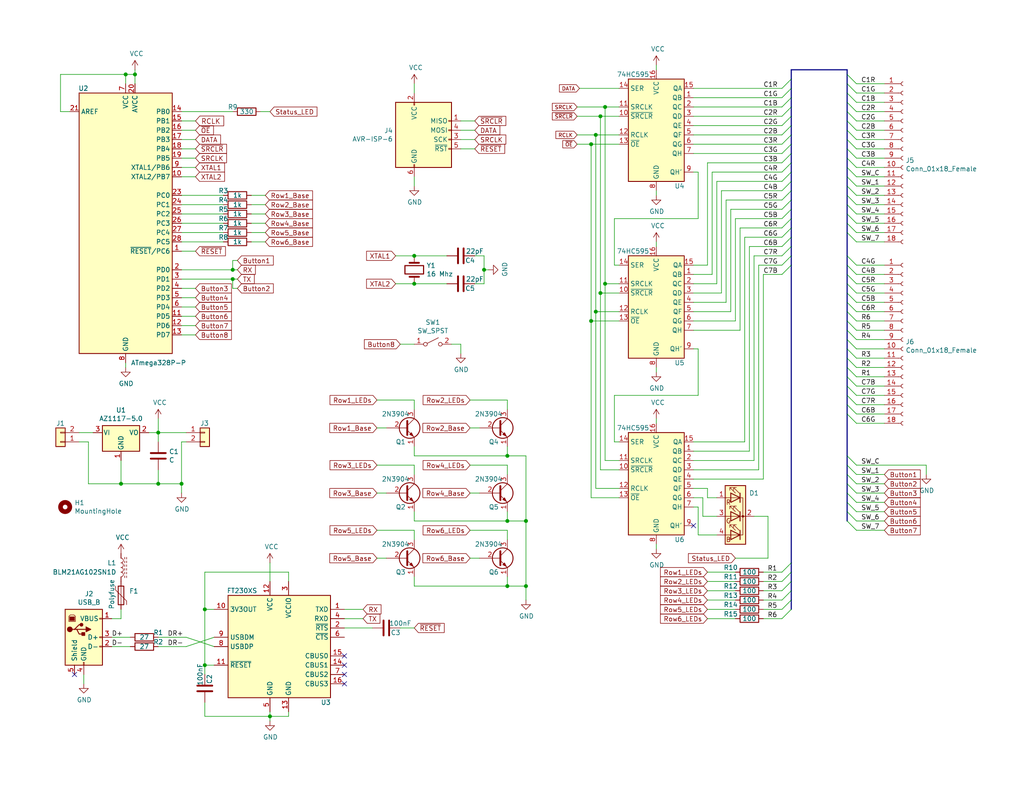
<source format=kicad_sch>
(kicad_sch (version 20210126) (generator eeschema)
  (paper "USLetter")
  (title_block (title "Connect 4 Driver Boarf") (comment 2 "Jamal Bouajjaj"))
  (junction (at 33.02 132.08) (diameter 0.9144))
  (junction (at 34.29 20.32) (diameter 0.9144))
  (junction (at 36.83 20.32) (diameter 0.9144))
  (junction (at 43.18 118.11) (diameter 0.9144))
  (junction (at 43.18 132.08) (diameter 0.9144))
  (junction (at 49.53 132.08) (diameter 0.9144))
  (junction (at 55.88 166.37) (diameter 0.9144))
  (junction (at 55.88 181.61) (diameter 0.9144))
  (junction (at 63.5 73.66) (diameter 0.9144))
  (junction (at 63.5 76.2) (diameter 0.9144))
  (junction (at 73.66 195.58) (diameter 0.9144))
  (junction (at 113.03 69.85) (diameter 0.9144))
  (junction (at 113.03 77.47) (diameter 0.9144))
  (junction (at 132.08 73.66) (diameter 0.9144))
  (junction (at 138.43 124.46) (diameter 0.9144))
  (junction (at 138.43 142.24) (diameter 0.9144))
  (junction (at 138.43 160.02) (diameter 0.9144))
  (junction (at 143.51 142.24) (diameter 0.9144))
  (junction (at 143.51 160.02) (diameter 0.9144))
  (junction (at 161.29 39.37) (diameter 0.9144))
  (junction (at 161.29 87.63) (diameter 0.9144))
  (junction (at 162.56 36.83) (diameter 0.9144))
  (junction (at 162.56 85.09) (diameter 0.9144))
  (junction (at 163.83 31.75) (diameter 0.9144))
  (junction (at 163.83 80.01) (diameter 0.9144))
  (junction (at 165.1 29.21) (diameter 0.9144))
  (junction (at 165.1 77.47) (diameter 0.9144))
  (no_connect (at 20.32 184.15))
  (no_connect (at 93.98 179.07))
  (no_connect (at 93.98 181.61))
  (no_connect (at 93.98 184.15))
  (no_connect (at 93.98 186.69))
  (no_connect (at 189.23 143.51))
  (bus_entry (at 213.36 24.13) (size 2.54 -2.54) (stroke (width 0.1524)))
  (bus_entry (at 213.36 26.67) (size 2.54 -2.54) (stroke (width 0.1524)))
  (bus_entry (at 213.36 29.21) (size 2.54 -2.54) (stroke (width 0.1524)))
  (bus_entry (at 213.36 31.75) (size 2.54 -2.54) (stroke (width 0.1524)))
  (bus_entry (at 213.36 34.29) (size 2.54 -2.54) (stroke (width 0.1524)))
  (bus_entry (at 213.36 36.83) (size 2.54 -2.54) (stroke (width 0.1524)))
  (bus_entry (at 213.36 39.37) (size 2.54 -2.54) (stroke (width 0.1524)))
  (bus_entry (at 213.36 41.91) (size 2.54 -2.54) (stroke (width 0.1524)))
  (bus_entry (at 213.36 44.45) (size 2.54 -2.54) (stroke (width 0.1524)))
  (bus_entry (at 213.36 46.99) (size 2.54 -2.54) (stroke (width 0.1524)))
  (bus_entry (at 213.36 49.53) (size 2.54 -2.54) (stroke (width 0.1524)))
  (bus_entry (at 213.36 52.07) (size 2.54 -2.54) (stroke (width 0.1524)))
  (bus_entry (at 213.36 54.61) (size 2.54 -2.54) (stroke (width 0.1524)))
  (bus_entry (at 213.36 57.15) (size 2.54 -2.54) (stroke (width 0.1524)))
  (bus_entry (at 213.36 59.69) (size 2.54 -2.54) (stroke (width 0.1524)))
  (bus_entry (at 213.36 62.23) (size 2.54 -2.54) (stroke (width 0.1524)))
  (bus_entry (at 213.36 64.77) (size 2.54 -2.54) (stroke (width 0.1524)))
  (bus_entry (at 213.36 67.31) (size 2.54 -2.54) (stroke (width 0.1524)))
  (bus_entry (at 213.36 69.85) (size 2.54 -2.54) (stroke (width 0.1524)))
  (bus_entry (at 213.36 72.39) (size 2.54 -2.54) (stroke (width 0.1524)))
  (bus_entry (at 213.36 74.93) (size 2.54 -2.54) (stroke (width 0.1524)))
  (bus_entry (at 215.9 153.67) (size -2.54 2.54) (stroke (width 0.1524)))
  (bus_entry (at 215.9 156.21) (size -2.54 2.54) (stroke (width 0.1524)))
  (bus_entry (at 215.9 158.75) (size -2.54 2.54) (stroke (width 0.1524)))
  (bus_entry (at 215.9 161.29) (size -2.54 2.54) (stroke (width 0.1524)))
  (bus_entry (at 215.9 163.83) (size -2.54 2.54) (stroke (width 0.1524)))
  (bus_entry (at 215.9 166.37) (size -2.54 2.54) (stroke (width 0.1524)))
  (bus_entry (at 231.14 20.32) (size 2.54 2.54) (stroke (width 0.1524)))
  (bus_entry (at 231.14 22.86) (size 2.54 2.54) (stroke (width 0.1524)))
  (bus_entry (at 231.14 25.4) (size 2.54 2.54) (stroke (width 0.1524)))
  (bus_entry (at 231.14 27.94) (size 2.54 2.54) (stroke (width 0.1524)))
  (bus_entry (at 231.14 30.48) (size 2.54 2.54) (stroke (width 0.1524)))
  (bus_entry (at 231.14 33.02) (size 2.54 2.54) (stroke (width 0.1524)))
  (bus_entry (at 231.14 35.56) (size 2.54 2.54) (stroke (width 0.1524)))
  (bus_entry (at 231.14 38.1) (size 2.54 2.54) (stroke (width 0.1524)))
  (bus_entry (at 231.14 40.64) (size 2.54 2.54) (stroke (width 0.1524)))
  (bus_entry (at 231.14 43.18) (size 2.54 2.54) (stroke (width 0.1524)))
  (bus_entry (at 231.14 45.72) (size 2.54 2.54) (stroke (width 0.1524)))
  (bus_entry (at 231.14 48.26) (size 2.54 2.54) (stroke (width 0.1524)))
  (bus_entry (at 231.14 50.8) (size 2.54 2.54) (stroke (width 0.1524)))
  (bus_entry (at 231.14 53.34) (size 2.54 2.54) (stroke (width 0.1524)))
  (bus_entry (at 231.14 55.88) (size 2.54 2.54) (stroke (width 0.1524)))
  (bus_entry (at 231.14 58.42) (size 2.54 2.54) (stroke (width 0.1524)))
  (bus_entry (at 231.14 60.96) (size 2.54 2.54) (stroke (width 0.1524)))
  (bus_entry (at 231.14 63.5) (size 2.54 2.54) (stroke (width 0.1524)))
  (bus_entry (at 231.14 69.85) (size 2.54 2.54) (stroke (width 0.1524)))
  (bus_entry (at 231.14 72.39) (size 2.54 2.54) (stroke (width 0.1524)))
  (bus_entry (at 231.14 74.93) (size 2.54 2.54) (stroke (width 0.1524)))
  (bus_entry (at 231.14 77.47) (size 2.54 2.54) (stroke (width 0.1524)))
  (bus_entry (at 231.14 80.01) (size 2.54 2.54) (stroke (width 0.1524)))
  (bus_entry (at 231.14 82.55) (size 2.54 2.54) (stroke (width 0.1524)))
  (bus_entry (at 231.14 85.09) (size 2.54 2.54) (stroke (width 0.1524)))
  (bus_entry (at 231.14 87.63) (size 2.54 2.54) (stroke (width 0.1524)))
  (bus_entry (at 231.14 90.17) (size 2.54 2.54) (stroke (width 0.1524)))
  (bus_entry (at 231.14 92.71) (size 2.54 2.54) (stroke (width 0.1524)))
  (bus_entry (at 231.14 95.25) (size 2.54 2.54) (stroke (width 0.1524)))
  (bus_entry (at 231.14 97.79) (size 2.54 2.54) (stroke (width 0.1524)))
  (bus_entry (at 231.14 100.33) (size 2.54 2.54) (stroke (width 0.1524)))
  (bus_entry (at 231.14 102.87) (size 2.54 2.54) (stroke (width 0.1524)))
  (bus_entry (at 231.14 105.41) (size 2.54 2.54) (stroke (width 0.1524)))
  (bus_entry (at 231.14 107.95) (size 2.54 2.54) (stroke (width 0.1524)))
  (bus_entry (at 231.14 110.49) (size 2.54 2.54) (stroke (width 0.1524)))
  (bus_entry (at 231.14 113.03) (size 2.54 2.54) (stroke (width 0.1524)))
  (bus_entry (at 231.14 124.46) (size 2.54 2.54) (stroke (width 0.1524)))
  (bus_entry (at 231.14 127) (size 2.54 2.54) (stroke (width 0.1524)))
  (bus_entry (at 231.14 129.54) (size 2.54 2.54) (stroke (width 0.1524)))
  (bus_entry (at 231.14 132.08) (size 2.54 2.54) (stroke (width 0.1524)))
  (bus_entry (at 231.14 134.62) (size 2.54 2.54) (stroke (width 0.1524)))
  (bus_entry (at 231.14 137.16) (size 2.54 2.54) (stroke (width 0.1524)))
  (bus_entry (at 231.14 139.7) (size 2.54 2.54) (stroke (width 0.1524)))
  (bus_entry (at 231.14 142.24) (size 2.54 2.54) (stroke (width 0.1524)))
  (wire (pts (xy 16.51 20.32) (xy 16.51 30.48)))
  (wire (pts (xy 16.51 30.48) (xy 19.05 30.48)))
  (wire (pts (xy 21.59 118.11) (xy 25.4 118.11)))
  (wire (pts (xy 22.86 186.69) (xy 22.86 184.15)))
  (wire (pts (xy 24.13 120.65) (xy 21.59 120.65)))
  (wire (pts (xy 24.13 120.65) (xy 24.13 132.08)))
  (wire (pts (xy 24.13 132.08) (xy 33.02 132.08)))
  (wire (pts (xy 30.48 173.99) (xy 35.56 173.99)))
  (wire (pts (xy 33.02 125.73) (xy 33.02 132.08)))
  (wire (pts (xy 33.02 166.37) (xy 33.02 168.91)))
  (wire (pts (xy 33.02 168.91) (xy 30.48 168.91)))
  (wire (pts (xy 34.29 20.32) (xy 16.51 20.32)))
  (wire (pts (xy 34.29 20.32) (xy 34.29 22.86)))
  (wire (pts (xy 34.29 100.33) (xy 34.29 99.06)))
  (wire (pts (xy 35.56 176.53) (xy 30.48 176.53)))
  (wire (pts (xy 36.83 19.05) (xy 36.83 20.32)))
  (wire (pts (xy 36.83 20.32) (xy 34.29 20.32)))
  (wire (pts (xy 36.83 20.32) (xy 36.83 22.86)))
  (wire (pts (xy 43.18 114.3) (xy 43.18 118.11)))
  (wire (pts (xy 43.18 118.11) (xy 40.64 118.11)))
  (wire (pts (xy 43.18 120.65) (xy 43.18 118.11)))
  (wire (pts (xy 43.18 128.27) (xy 43.18 132.08)))
  (wire (pts (xy 43.18 132.08) (xy 33.02 132.08)))
  (wire (pts (xy 43.18 132.08) (xy 49.53 132.08)))
  (wire (pts (xy 43.18 173.99) (xy 50.8 173.99)))
  (wire (pts (xy 43.18 176.53) (xy 50.8 176.53)))
  (wire (pts (xy 49.53 30.48) (xy 63.5 30.48)))
  (wire (pts (xy 49.53 45.72) (xy 53.34 45.72)))
  (wire (pts (xy 49.53 55.88) (xy 60.96 55.88)))
  (wire (pts (xy 49.53 60.96) (xy 60.96 60.96)))
  (wire (pts (xy 49.53 66.04) (xy 60.96 66.04)))
  (wire (pts (xy 49.53 73.66) (xy 63.5 73.66)))
  (wire (pts (xy 49.53 78.74) (xy 53.34 78.74)))
  (wire (pts (xy 49.53 81.28) (xy 53.34 81.28)))
  (wire (pts (xy 49.53 83.82) (xy 53.34 83.82)))
  (wire (pts (xy 49.53 86.36) (xy 53.34 86.36)))
  (wire (pts (xy 49.53 88.9) (xy 53.34 88.9)))
  (wire (pts (xy 49.53 91.44) (xy 53.34 91.44)))
  (wire (pts (xy 49.53 120.65) (xy 49.53 132.08)))
  (wire (pts (xy 49.53 120.65) (xy 50.8 120.65)))
  (wire (pts (xy 49.53 132.08) (xy 49.53 134.62)))
  (wire (pts (xy 50.8 118.11) (xy 43.18 118.11)))
  (wire (pts (xy 50.8 173.99) (xy 58.42 176.53)))
  (wire (pts (xy 50.8 176.53) (xy 58.42 173.99)))
  (wire (pts (xy 53.34 33.02) (xy 49.53 33.02)))
  (wire (pts (xy 53.34 35.56) (xy 49.53 35.56)))
  (wire (pts (xy 53.34 38.1) (xy 49.53 38.1)))
  (wire (pts (xy 53.34 40.64) (xy 49.53 40.64)))
  (wire (pts (xy 53.34 43.18) (xy 49.53 43.18)))
  (wire (pts (xy 53.34 48.26) (xy 49.53 48.26)))
  (wire (pts (xy 53.34 68.58) (xy 49.53 68.58)))
  (wire (pts (xy 55.88 156.21) (xy 78.74 156.21)))
  (wire (pts (xy 55.88 166.37) (xy 55.88 156.21)))
  (wire (pts (xy 55.88 166.37) (xy 58.42 166.37)))
  (wire (pts (xy 55.88 181.61) (xy 55.88 166.37)))
  (wire (pts (xy 55.88 184.15) (xy 55.88 181.61)))
  (wire (pts (xy 55.88 195.58) (xy 55.88 191.77)))
  (wire (pts (xy 58.42 181.61) (xy 55.88 181.61)))
  (wire (pts (xy 60.96 53.34) (xy 49.53 53.34)))
  (wire (pts (xy 60.96 58.42) (xy 49.53 58.42)))
  (wire (pts (xy 60.96 63.5) (xy 49.53 63.5)))
  (wire (pts (xy 63.5 71.12) (xy 63.5 73.66)))
  (wire (pts (xy 63.5 73.66) (xy 64.77 73.66)))
  (wire (pts (xy 63.5 76.2) (xy 49.53 76.2)))
  (wire (pts (xy 63.5 78.74) (xy 63.5 76.2)))
  (wire (pts (xy 64.77 71.12) (xy 63.5 71.12)))
  (wire (pts (xy 64.77 76.2) (xy 63.5 76.2)))
  (wire (pts (xy 64.77 78.74) (xy 63.5 78.74)))
  (wire (pts (xy 68.58 53.34) (xy 72.39 53.34)))
  (wire (pts (xy 68.58 58.42) (xy 72.39 58.42)))
  (wire (pts (xy 68.58 63.5) (xy 72.39 63.5)))
  (wire (pts (xy 72.39 55.88) (xy 68.58 55.88)))
  (wire (pts (xy 72.39 60.96) (xy 68.58 60.96)))
  (wire (pts (xy 72.39 66.04) (xy 68.58 66.04)))
  (wire (pts (xy 73.66 30.48) (xy 71.12 30.48)))
  (wire (pts (xy 73.66 153.67) (xy 73.66 158.75)))
  (wire (pts (xy 73.66 194.31) (xy 73.66 195.58)))
  (wire (pts (xy 73.66 195.58) (xy 55.88 195.58)))
  (wire (pts (xy 73.66 195.58) (xy 73.66 196.85)))
  (wire (pts (xy 73.66 195.58) (xy 78.74 195.58)))
  (wire (pts (xy 78.74 156.21) (xy 78.74 158.75)))
  (wire (pts (xy 78.74 194.31) (xy 78.74 195.58)))
  (wire (pts (xy 93.98 168.91) (xy 99.06 168.91)))
  (wire (pts (xy 99.06 166.37) (xy 93.98 166.37)))
  (wire (pts (xy 101.6 171.45) (xy 93.98 171.45)))
  (wire (pts (xy 102.87 109.22) (xy 113.03 109.22)))
  (wire (pts (xy 102.87 116.84) (xy 105.41 116.84)))
  (wire (pts (xy 102.87 127) (xy 113.03 127)))
  (wire (pts (xy 102.87 134.62) (xy 105.41 134.62)))
  (wire (pts (xy 102.87 144.78) (xy 113.03 144.78)))
  (wire (pts (xy 102.87 152.4) (xy 105.41 152.4)))
  (wire (pts (xy 107.95 69.85) (xy 113.03 69.85)))
  (wire (pts (xy 107.95 77.47) (xy 113.03 77.47)))
  (wire (pts (xy 109.22 93.98) (xy 113.03 93.98)))
  (wire (pts (xy 113.03 22.86) (xy 113.03 25.4)))
  (wire (pts (xy 113.03 48.26) (xy 113.03 50.8)))
  (wire (pts (xy 113.03 69.85) (xy 121.92 69.85)))
  (wire (pts (xy 113.03 109.22) (xy 113.03 111.76)))
  (wire (pts (xy 113.03 121.92) (xy 113.03 124.46)))
  (wire (pts (xy 113.03 124.46) (xy 138.43 124.46)))
  (wire (pts (xy 113.03 127) (xy 113.03 129.54)))
  (wire (pts (xy 113.03 139.7) (xy 113.03 142.24)))
  (wire (pts (xy 113.03 142.24) (xy 138.43 142.24)))
  (wire (pts (xy 113.03 144.78) (xy 113.03 147.32)))
  (wire (pts (xy 113.03 157.48) (xy 113.03 160.02)))
  (wire (pts (xy 113.03 160.02) (xy 138.43 160.02)))
  (wire (pts (xy 113.03 171.45) (xy 109.22 171.45)))
  (wire (pts (xy 121.92 77.47) (xy 113.03 77.47)))
  (wire (pts (xy 123.19 93.98) (xy 125.73 93.98)))
  (wire (pts (xy 125.73 35.56) (xy 129.54 35.56)))
  (wire (pts (xy 125.73 40.64) (xy 129.54 40.64)))
  (wire (pts (xy 125.73 93.98) (xy 125.73 96.52)))
  (wire (pts (xy 128.27 109.22) (xy 138.43 109.22)))
  (wire (pts (xy 128.27 116.84) (xy 130.81 116.84)))
  (wire (pts (xy 128.27 127) (xy 138.43 127)))
  (wire (pts (xy 128.27 134.62) (xy 130.81 134.62)))
  (wire (pts (xy 128.27 144.78) (xy 138.43 144.78)))
  (wire (pts (xy 128.27 152.4) (xy 130.81 152.4)))
  (wire (pts (xy 129.54 33.02) (xy 125.73 33.02)))
  (wire (pts (xy 129.54 38.1) (xy 125.73 38.1)))
  (wire (pts (xy 129.54 69.85) (xy 132.08 69.85)))
  (wire (pts (xy 132.08 69.85) (xy 132.08 73.66)))
  (wire (pts (xy 132.08 73.66) (xy 132.08 77.47)))
  (wire (pts (xy 132.08 77.47) (xy 129.54 77.47)))
  (wire (pts (xy 133.35 73.66) (xy 132.08 73.66)))
  (wire (pts (xy 138.43 109.22) (xy 138.43 111.76)))
  (wire (pts (xy 138.43 124.46) (xy 138.43 121.92)))
  (wire (pts (xy 138.43 124.46) (xy 143.51 124.46)))
  (wire (pts (xy 138.43 127) (xy 138.43 129.54)))
  (wire (pts (xy 138.43 142.24) (xy 138.43 139.7)))
  (wire (pts (xy 138.43 142.24) (xy 143.51 142.24)))
  (wire (pts (xy 138.43 144.78) (xy 138.43 147.32)))
  (wire (pts (xy 138.43 160.02) (xy 138.43 157.48)))
  (wire (pts (xy 138.43 160.02) (xy 143.51 160.02)))
  (wire (pts (xy 143.51 124.46) (xy 143.51 142.24)))
  (wire (pts (xy 143.51 142.24) (xy 143.51 160.02)))
  (wire (pts (xy 143.51 160.02) (xy 143.51 163.83)))
  (wire (pts (xy 157.48 31.75) (xy 163.83 31.75)))
  (wire (pts (xy 157.48 39.37) (xy 161.29 39.37)))
  (wire (pts (xy 158.115 24.13) (xy 168.91 24.13)))
  (wire (pts (xy 161.29 39.37) (xy 168.91 39.37)))
  (wire (pts (xy 161.29 87.63) (xy 161.29 39.37)))
  (wire (pts (xy 161.29 87.63) (xy 168.91 87.63)))
  (wire (pts (xy 161.29 135.89) (xy 161.29 87.63)))
  (wire (pts (xy 162.56 36.83) (xy 157.48 36.83)))
  (wire (pts (xy 162.56 36.83) (xy 162.56 85.09)))
  (wire (pts (xy 162.56 85.09) (xy 162.56 133.35)))
  (wire (pts (xy 162.56 85.09) (xy 168.91 85.09)))
  (wire (pts (xy 162.56 133.35) (xy 168.91 133.35)))
  (wire (pts (xy 163.83 31.75) (xy 168.91 31.75)))
  (wire (pts (xy 163.83 80.01) (xy 163.83 31.75)))
  (wire (pts (xy 163.83 80.01) (xy 168.91 80.01)))
  (wire (pts (xy 163.83 128.27) (xy 163.83 80.01)))
  (wire (pts (xy 165.1 29.21) (xy 157.48 29.21)))
  (wire (pts (xy 165.1 29.21) (xy 165.1 77.47)))
  (wire (pts (xy 165.1 77.47) (xy 165.1 125.73)))
  (wire (pts (xy 165.1 125.73) (xy 168.91 125.73)))
  (wire (pts (xy 167.64 59.69) (xy 167.64 72.39)))
  (wire (pts (xy 167.64 72.39) (xy 168.91 72.39)))
  (wire (pts (xy 167.64 107.95) (xy 167.64 120.65)))
  (wire (pts (xy 167.64 120.65) (xy 168.91 120.65)))
  (wire (pts (xy 168.91 29.21) (xy 165.1 29.21)))
  (wire (pts (xy 168.91 36.83) (xy 162.56 36.83)))
  (wire (pts (xy 168.91 77.47) (xy 165.1 77.47)))
  (wire (pts (xy 168.91 128.27) (xy 163.83 128.27)))
  (wire (pts (xy 168.91 135.89) (xy 161.29 135.89)))
  (wire (pts (xy 179.07 17.78) (xy 179.07 19.05)))
  (wire (pts (xy 179.07 52.07) (xy 179.07 53.34)))
  (wire (pts (xy 179.07 66.04) (xy 179.07 67.31)))
  (wire (pts (xy 179.07 100.33) (xy 179.07 101.6)))
  (wire (pts (xy 179.07 114.3) (xy 179.07 115.57)))
  (wire (pts (xy 179.07 148.59) (xy 179.07 149.86)))
  (wire (pts (xy 189.23 24.13) (xy 213.36 24.13)))
  (wire (pts (xy 189.23 26.67) (xy 213.36 26.67)))
  (wire (pts (xy 189.23 29.21) (xy 213.36 29.21)))
  (wire (pts (xy 189.23 31.75) (xy 213.36 31.75)))
  (wire (pts (xy 189.23 34.29) (xy 213.36 34.29)))
  (wire (pts (xy 189.23 36.83) (xy 213.36 36.83)))
  (wire (pts (xy 189.23 39.37) (xy 213.36 39.37)))
  (wire (pts (xy 189.23 41.91) (xy 213.36 41.91)))
  (wire (pts (xy 189.23 46.99) (xy 190.5 46.99)))
  (wire (pts (xy 189.23 72.39) (xy 193.04 72.39)))
  (wire (pts (xy 189.23 74.93) (xy 194.31 74.93)))
  (wire (pts (xy 189.23 77.47) (xy 195.58 77.47)))
  (wire (pts (xy 189.23 80.01) (xy 196.85 80.01)))
  (wire (pts (xy 189.23 82.55) (xy 198.12 82.55)))
  (wire (pts (xy 189.23 85.09) (xy 199.39 85.09)))
  (wire (pts (xy 189.23 87.63) (xy 200.66 87.63)))
  (wire (pts (xy 189.23 90.17) (xy 201.93 90.17)))
  (wire (pts (xy 189.23 95.25) (xy 190.5 95.25)))
  (wire (pts (xy 189.23 120.65) (xy 203.2 120.65)))
  (wire (pts (xy 189.23 123.19) (xy 204.47 123.19)))
  (wire (pts (xy 189.23 125.73) (xy 205.74 125.73)))
  (wire (pts (xy 189.23 128.27) (xy 207.01 128.27)))
  (wire (pts (xy 189.23 130.81) (xy 208.28 130.81)))
  (wire (pts (xy 189.23 133.35) (xy 193.04 133.35)))
  (wire (pts (xy 189.23 135.89) (xy 191.77 135.89)))
  (wire (pts (xy 189.23 138.43) (xy 190.5 138.43)))
  (wire (pts (xy 190.5 46.99) (xy 190.5 59.69)))
  (wire (pts (xy 190.5 59.69) (xy 167.64 59.69)))
  (wire (pts (xy 190.5 95.25) (xy 190.5 107.95)))
  (wire (pts (xy 190.5 107.95) (xy 167.64 107.95)))
  (wire (pts (xy 190.5 138.43) (xy 190.5 146.05)))
  (wire (pts (xy 190.5 146.05) (xy 195.58 146.05)))
  (wire (pts (xy 191.77 135.89) (xy 191.77 140.97)))
  (wire (pts (xy 191.77 140.97) (xy 195.58 140.97)))
  (wire (pts (xy 193.04 44.45) (xy 213.36 44.45)))
  (wire (pts (xy 193.04 72.39) (xy 193.04 44.45)))
  (wire (pts (xy 193.04 133.35) (xy 193.04 135.89)))
  (wire (pts (xy 193.04 135.89) (xy 195.58 135.89)))
  (wire (pts (xy 193.04 156.21) (xy 200.66 156.21)))
  (wire (pts (xy 193.04 158.75) (xy 200.66 158.75)))
  (wire (pts (xy 193.04 161.29) (xy 200.66 161.29)))
  (wire (pts (xy 193.04 163.83) (xy 200.66 163.83)))
  (wire (pts (xy 193.04 166.37) (xy 200.66 166.37)))
  (wire (pts (xy 193.04 168.91) (xy 200.66 168.91)))
  (wire (pts (xy 194.31 46.99) (xy 213.36 46.99)))
  (wire (pts (xy 194.31 74.93) (xy 194.31 46.99)))
  (wire (pts (xy 195.58 49.53) (xy 213.36 49.53)))
  (wire (pts (xy 195.58 77.47) (xy 195.58 49.53)))
  (wire (pts (xy 196.85 52.07) (xy 213.36 52.07)))
  (wire (pts (xy 196.85 80.01) (xy 196.85 52.07)))
  (wire (pts (xy 198.12 54.61) (xy 198.12 82.55)))
  (wire (pts (xy 199.39 57.15) (xy 213.36 57.15)))
  (wire (pts (xy 199.39 85.09) (xy 199.39 57.15)))
  (wire (pts (xy 200.66 59.69) (xy 200.66 87.63)))
  (wire (pts (xy 200.66 152.4) (xy 209.55 152.4)))
  (wire (pts (xy 201.93 62.23) (xy 213.36 62.23)))
  (wire (pts (xy 201.93 90.17) (xy 201.93 62.23)))
  (wire (pts (xy 203.2 64.77) (xy 203.2 120.65)))
  (wire (pts (xy 204.47 67.31) (xy 213.36 67.31)))
  (wire (pts (xy 204.47 123.19) (xy 204.47 67.31)))
  (wire (pts (xy 205.74 69.85) (xy 205.74 125.73)))
  (wire (pts (xy 207.01 72.39) (xy 213.36 72.39)))
  (wire (pts (xy 207.01 128.27) (xy 207.01 72.39)))
  (wire (pts (xy 208.28 74.93) (xy 208.28 130.81)))
  (wire (pts (xy 208.28 156.21) (xy 213.36 156.21)))
  (wire (pts (xy 208.28 158.75) (xy 213.36 158.75)))
  (wire (pts (xy 208.28 161.29) (xy 213.36 161.29)))
  (wire (pts (xy 208.28 163.83) (xy 213.36 163.83)))
  (wire (pts (xy 208.28 166.37) (xy 213.36 166.37)))
  (wire (pts (xy 208.28 168.91) (xy 213.36 168.91)))
  (wire (pts (xy 209.55 140.97) (xy 205.74 140.97)))
  (wire (pts (xy 209.55 152.4) (xy 209.55 140.97)))
  (wire (pts (xy 213.36 54.61) (xy 198.12 54.61)))
  (wire (pts (xy 213.36 59.69) (xy 200.66 59.69)))
  (wire (pts (xy 213.36 64.77) (xy 203.2 64.77)))
  (wire (pts (xy 213.36 69.85) (xy 205.74 69.85)))
  (wire (pts (xy 213.36 74.93) (xy 208.28 74.93)))
  (wire (pts (xy 233.68 127) (xy 252.73 127)))
  (wire (pts (xy 241.3 22.86) (xy 233.68 22.86)))
  (wire (pts (xy 241.3 25.4) (xy 233.68 25.4)))
  (wire (pts (xy 241.3 27.94) (xy 233.68 27.94)))
  (wire (pts (xy 241.3 30.48) (xy 233.68 30.48)))
  (wire (pts (xy 241.3 33.02) (xy 233.68 33.02)))
  (wire (pts (xy 241.3 35.56) (xy 233.68 35.56)))
  (wire (pts (xy 241.3 38.1) (xy 233.68 38.1)))
  (wire (pts (xy 241.3 40.64) (xy 233.68 40.64)))
  (wire (pts (xy 241.3 43.18) (xy 233.68 43.18)))
  (wire (pts (xy 241.3 45.72) (xy 233.68 45.72)))
  (wire (pts (xy 241.3 48.26) (xy 233.68 48.26)))
  (wire (pts (xy 241.3 50.8) (xy 233.68 50.8)))
  (wire (pts (xy 241.3 53.34) (xy 233.68 53.34)))
  (wire (pts (xy 241.3 55.88) (xy 233.68 55.88)))
  (wire (pts (xy 241.3 58.42) (xy 233.68 58.42)))
  (wire (pts (xy 241.3 60.96) (xy 233.68 60.96)))
  (wire (pts (xy 241.3 63.5) (xy 233.68 63.5)))
  (wire (pts (xy 241.3 66.04) (xy 233.68 66.04)))
  (wire (pts (xy 241.3 72.39) (xy 233.68 72.39)))
  (wire (pts (xy 241.3 74.93) (xy 233.68 74.93)))
  (wire (pts (xy 241.3 77.47) (xy 233.68 77.47)))
  (wire (pts (xy 241.3 80.01) (xy 233.68 80.01)))
  (wire (pts (xy 241.3 82.55) (xy 233.68 82.55)))
  (wire (pts (xy 241.3 85.09) (xy 233.68 85.09)))
  (wire (pts (xy 241.3 87.63) (xy 233.68 87.63)))
  (wire (pts (xy 241.3 90.17) (xy 233.68 90.17)))
  (wire (pts (xy 241.3 92.71) (xy 233.68 92.71)))
  (wire (pts (xy 241.3 95.25) (xy 233.68 95.25)))
  (wire (pts (xy 241.3 97.79) (xy 233.68 97.79)))
  (wire (pts (xy 241.3 100.33) (xy 233.68 100.33)))
  (wire (pts (xy 241.3 102.87) (xy 233.68 102.87)))
  (wire (pts (xy 241.3 105.41) (xy 233.68 105.41)))
  (wire (pts (xy 241.3 107.95) (xy 233.68 107.95)))
  (wire (pts (xy 241.3 110.49) (xy 233.68 110.49)))
  (wire (pts (xy 241.3 113.03) (xy 233.68 113.03)))
  (wire (pts (xy 241.3 115.57) (xy 233.68 115.57)))
  (wire (pts (xy 241.3 129.54) (xy 233.68 129.54)))
  (wire (pts (xy 241.3 132.08) (xy 233.68 132.08)))
  (wire (pts (xy 241.3 134.62) (xy 233.68 134.62)))
  (wire (pts (xy 241.3 137.16) (xy 233.68 137.16)))
  (wire (pts (xy 241.3 139.7) (xy 233.68 139.7)))
  (wire (pts (xy 241.3 142.24) (xy 233.68 142.24)))
  (wire (pts (xy 241.3 144.78) (xy 233.68 144.78)))
  (wire (pts (xy 252.73 129.54) (xy 252.73 127)))
  (bus (pts (xy 215.9 19.05) (xy 215.9 21.59)))
  (bus (pts (xy 215.9 21.59) (xy 215.9 24.13)))
  (bus (pts (xy 215.9 24.13) (xy 215.9 26.67)))
  (bus (pts (xy 215.9 26.67) (xy 215.9 29.21)))
  (bus (pts (xy 215.9 29.21) (xy 215.9 31.75)))
  (bus (pts (xy 215.9 31.75) (xy 215.9 34.29)))
  (bus (pts (xy 215.9 34.29) (xy 215.9 36.83)))
  (bus (pts (xy 215.9 36.83) (xy 215.9 39.37)))
  (bus (pts (xy 215.9 39.37) (xy 215.9 41.91)))
  (bus (pts (xy 215.9 41.91) (xy 215.9 44.45)))
  (bus (pts (xy 215.9 44.45) (xy 215.9 46.99)))
  (bus (pts (xy 215.9 46.99) (xy 215.9 49.53)))
  (bus (pts (xy 215.9 49.53) (xy 215.9 52.07)))
  (bus (pts (xy 215.9 52.07) (xy 215.9 54.61)))
  (bus (pts (xy 215.9 54.61) (xy 215.9 57.15)))
  (bus (pts (xy 215.9 57.15) (xy 215.9 59.69)))
  (bus (pts (xy 215.9 59.69) (xy 215.9 62.23)))
  (bus (pts (xy 215.9 62.23) (xy 215.9 64.77)))
  (bus (pts (xy 215.9 64.77) (xy 215.9 67.31)))
  (bus (pts (xy 215.9 67.31) (xy 215.9 69.85)))
  (bus (pts (xy 215.9 69.85) (xy 215.9 72.39)))
  (bus (pts (xy 215.9 72.39) (xy 215.9 153.67)))
  (bus (pts (xy 215.9 153.67) (xy 215.9 156.21)))
  (bus (pts (xy 215.9 156.21) (xy 215.9 158.75)))
  (bus (pts (xy 215.9 158.75) (xy 215.9 161.29)))
  (bus (pts (xy 215.9 161.29) (xy 215.9 163.83)))
  (bus (pts (xy 215.9 163.83) (xy 215.9 166.37)))
  (bus (pts (xy 231.14 19.05) (xy 215.9 19.05)))
  (bus (pts (xy 231.14 19.05) (xy 231.14 20.32)))
  (bus (pts (xy 231.14 20.32) (xy 231.14 22.86)))
  (bus (pts (xy 231.14 22.86) (xy 231.14 25.4)))
  (bus (pts (xy 231.14 25.4) (xy 231.14 27.94)))
  (bus (pts (xy 231.14 27.94) (xy 231.14 30.48)))
  (bus (pts (xy 231.14 30.48) (xy 231.14 33.02)))
  (bus (pts (xy 231.14 33.02) (xy 231.14 35.56)))
  (bus (pts (xy 231.14 35.56) (xy 231.14 38.1)))
  (bus (pts (xy 231.14 38.1) (xy 231.14 40.64)))
  (bus (pts (xy 231.14 40.64) (xy 231.14 43.18)))
  (bus (pts (xy 231.14 43.18) (xy 231.14 45.72)))
  (bus (pts (xy 231.14 45.72) (xy 231.14 48.26)))
  (bus (pts (xy 231.14 48.26) (xy 231.14 50.8)))
  (bus (pts (xy 231.14 50.8) (xy 231.14 53.34)))
  (bus (pts (xy 231.14 53.34) (xy 231.14 55.88)))
  (bus (pts (xy 231.14 55.88) (xy 231.14 58.42)))
  (bus (pts (xy 231.14 58.42) (xy 231.14 60.96)))
  (bus (pts (xy 231.14 60.96) (xy 231.14 63.5)))
  (bus (pts (xy 231.14 63.5) (xy 231.14 69.85)))
  (bus (pts (xy 231.14 69.85) (xy 231.14 72.39)))
  (bus (pts (xy 231.14 72.39) (xy 231.14 74.93)))
  (bus (pts (xy 231.14 74.93) (xy 231.14 77.47)))
  (bus (pts (xy 231.14 77.47) (xy 231.14 80.01)))
  (bus (pts (xy 231.14 80.01) (xy 231.14 82.55)))
  (bus (pts (xy 231.14 82.55) (xy 231.14 85.09)))
  (bus (pts (xy 231.14 85.09) (xy 231.14 87.63)))
  (bus (pts (xy 231.14 87.63) (xy 231.14 90.17)))
  (bus (pts (xy 231.14 90.17) (xy 231.14 92.71)))
  (bus (pts (xy 231.14 92.71) (xy 231.14 95.25)))
  (bus (pts (xy 231.14 95.25) (xy 231.14 97.79)))
  (bus (pts (xy 231.14 97.79) (xy 231.14 100.33)))
  (bus (pts (xy 231.14 100.33) (xy 231.14 102.87)))
  (bus (pts (xy 231.14 102.87) (xy 231.14 105.41)))
  (bus (pts (xy 231.14 105.41) (xy 231.14 107.95)))
  (bus (pts (xy 231.14 107.95) (xy 231.14 110.49)))
  (bus (pts (xy 231.14 110.49) (xy 231.14 113.03)))
  (bus (pts (xy 231.14 113.03) (xy 231.14 124.46)))
  (bus (pts (xy 231.14 124.46) (xy 231.14 127)))
  (bus (pts (xy 231.14 127) (xy 231.14 129.54)))
  (bus (pts (xy 231.14 129.54) (xy 231.14 132.08)))
  (bus (pts (xy 231.14 132.08) (xy 231.14 134.62)))
  (bus (pts (xy 231.14 134.62) (xy 231.14 137.16)))
  (bus (pts (xy 231.14 137.16) (xy 231.14 139.7)))
  (bus (pts (xy 231.14 139.7) (xy 231.14 142.24)))
  (label "D+" (at 30.48 173.99 0))
  (label "D-" (at 30.48 176.53 0))
  (label "DR+" (at 45.72 173.99 0))
  (label "DR-" (at 45.72 176.53 0))
  (label "C1R" (at 208.28 24.13 0))
  (label "C1G" (at 208.28 26.67 0))
  (label "C1B" (at 208.28 29.21 0))
  (label "C2R" (at 208.28 31.75 0))
  (label "C2G" (at 208.28 34.29 0))
  (label "C2B" (at 208.28 36.83 0))
  (label "C3R" (at 208.28 39.37 0))
  (label "C3G" (at 208.28 41.91 0))
  (label "C3B" (at 208.28 44.45 0))
  (label "C4R" (at 208.28 46.99 0))
  (label "C4G" (at 208.28 49.53 0))
  (label "C4B" (at 208.28 52.07 0))
  (label "C5R" (at 208.28 54.61 0))
  (label "C5G" (at 208.28 57.15 0))
  (label "C5B" (at 208.28 59.69 0))
  (label "C6R" (at 208.28 62.23 0))
  (label "C6G" (at 208.28 64.77 0))
  (label "C6B" (at 208.28 67.31 0))
  (label "C7R" (at 208.28 69.85 0))
  (label "C7G" (at 208.28 72.39 0))
  (label "C7B" (at 208.28 74.93 0))
  (label "R1" (at 212.09 156.21 180))
  (label "R2" (at 212.09 158.75 180))
  (label "R3" (at 212.09 161.29 180))
  (label "R4" (at 212.09 163.83 180))
  (label "R5" (at 212.09 166.37 180))
  (label "R6" (at 212.09 168.91 180))
  (label "C1R" (at 234.95 22.86 0))
  (label "C1G" (at 234.95 25.4 0))
  (label "C1B" (at 234.95 27.94 0))
  (label "C2R" (at 234.95 30.48 0))
  (label "C2G" (at 234.95 33.02 0))
  (label "C2B" (at 234.95 35.56 0))
  (label "C3R" (at 234.95 38.1 0))
  (label "C3G" (at 234.95 40.64 0))
  (label "C3B" (at 234.95 43.18 0))
  (label "C4R" (at 234.95 45.72 0))
  (label "SW_C" (at 234.95 48.26 0))
  (label "SW_1" (at 234.95 50.8 0))
  (label "SW_2" (at 234.95 53.34 0))
  (label "SW_3" (at 234.95 55.88 0))
  (label "SW_4" (at 234.95 58.42 0))
  (label "SW_5" (at 234.95 60.96 0))
  (label "SW_6" (at 234.95 63.5 0))
  (label "SW_7" (at 234.95 66.04 0))
  (label "C4G" (at 234.95 72.39 0))
  (label "C4B" (at 234.95 74.93 0))
  (label "C5R" (at 234.95 77.47 0))
  (label "C5G" (at 234.95 80.01 0))
  (label "C5B" (at 234.95 82.55 0))
  (label "C6R" (at 234.95 85.09 0))
  (label "R6" (at 234.95 87.63 0))
  (label "R5" (at 234.95 90.17 0))
  (label "R4" (at 234.95 92.71 0))
  (label "R3" (at 234.95 97.79 0))
  (label "R2" (at 234.95 100.33 0))
  (label "R1" (at 234.95 102.87 0))
  (label "C7B" (at 234.95 105.41 0))
  (label "C7G" (at 234.95 107.95 0))
  (label "C7R" (at 234.95 110.49 0))
  (label "C6B" (at 234.95 113.03 0))
  (label "C6G" (at 234.95 115.57 0))
  (label "SW_C" (at 234.95 127 0))
  (label "SW_1" (at 234.95 129.54 0))
  (label "SW_2" (at 234.95 132.08 0))
  (label "SW_3" (at 234.95 134.62 0))
  (label "SW_4" (at 234.95 137.16 0))
  (label "SW_5" (at 234.95 139.7 0))
  (label "SW_6" (at 234.95 142.24 0))
  (label "SW_7" (at 234.95 144.78 0))
  (global_label "RCLK" (shape input) (at 53.34 33.02 0) (effects (font (size 1.3462 1.3462))) (property "Intersheet References" "${INTERSHEET_REFS}" (effects hide)))
  (global_label "~OE" (shape input) (at 53.34 35.56 0) (property "Intersheet References" "${INTERSHEET_REFS}" (effects hide)))
  (global_label "DATA" (shape input) (at 53.34 38.1 0) (property "Intersheet References" "${INTERSHEET_REFS}" (effects hide)))
  (global_label "~SRCLR" (shape input) (at 53.34 40.64 0) (property "Intersheet References" "${INTERSHEET_REFS}" (effects hide)))
  (global_label "SRCLK" (shape input) (at 53.34 43.18 0) (property "Intersheet References" "${INTERSHEET_REFS}" (effects hide)))
  (global_label "XTAL1" (shape input) (at 53.34 45.72 0) (property "Intersheet References" "${INTERSHEET_REFS}" (effects hide)))
  (global_label "XTAL2" (shape input) (at 53.34 48.26 0) (property "Intersheet References" "${INTERSHEET_REFS}" (effects hide)))
  (global_label "~RESET" (shape input) (at 53.34 68.58 0) (property "Intersheet References" "${INTERSHEET_REFS}" (effects hide)))
  (global_label "Button3" (shape input) (at 53.34 78.74 0) (property "Intersheet References" "${INTERSHEET_REFS}" (effects hide)))
  (global_label "Button4" (shape input) (at 53.34 81.28 0) (property "Intersheet References" "${INTERSHEET_REFS}" (effects hide)))
  (global_label "Button5" (shape input) (at 53.34 83.82 0) (property "Intersheet References" "${INTERSHEET_REFS}" (effects hide)))
  (global_label "Button6" (shape input) (at 53.34 86.36 0) (property "Intersheet References" "${INTERSHEET_REFS}" (effects hide)))
  (global_label "Button7" (shape input) (at 53.34 88.9 0) (property "Intersheet References" "${INTERSHEET_REFS}" (effects hide)))
  (global_label "Button8" (shape input) (at 53.34 91.44 0) (property "Intersheet References" "${INTERSHEET_REFS}" (effects hide)))
  (global_label "Button1" (shape input) (at 64.77 71.12 0) (property "Intersheet References" "${INTERSHEET_REFS}" (effects hide)))
  (global_label "RX" (shape input) (at 64.77 73.66 0) (property "Intersheet References" "${INTERSHEET_REFS}" (effects hide)))
  (global_label "TX" (shape input) (at 64.77 76.2 0) (property "Intersheet References" "${INTERSHEET_REFS}" (effects hide)))
  (global_label "Button2" (shape input) (at 64.77 78.74 0) (property "Intersheet References" "${INTERSHEET_REFS}" (effects hide)))
  (global_label "Row1_Base" (shape input) (at 72.39 53.34 0) (property "Intersheet References" "${INTERSHEET_REFS}" (effects hide)))
  (global_label "Row2_Base" (shape input) (at 72.39 55.88 0) (property "Intersheet References" "${INTERSHEET_REFS}" (effects hide)))
  (global_label "Row3_Base" (shape input) (at 72.39 58.42 0) (property "Intersheet References" "${INTERSHEET_REFS}" (effects hide)))
  (global_label "Row4_Base" (shape input) (at 72.39 60.96 0) (property "Intersheet References" "${INTERSHEET_REFS}" (effects hide)))
  (global_label "Row5_Base" (shape input) (at 72.39 63.5 0) (property "Intersheet References" "${INTERSHEET_REFS}" (effects hide)))
  (global_label "Row6_Base" (shape input) (at 72.39 66.04 0) (property "Intersheet References" "${INTERSHEET_REFS}" (effects hide)))
  (global_label "Status_LED" (shape input) (at 73.66 30.48 0) (property "Intersheet References" "${INTERSHEET_REFS}" (effects hide)))
  (global_label "RX" (shape input) (at 99.06 166.37 0) (property "Intersheet References" "${INTERSHEET_REFS}" (effects hide)))
  (global_label "TX" (shape input) (at 99.06 168.91 0) (property "Intersheet References" "${INTERSHEET_REFS}" (effects hide)))
  (global_label "Row1_LEDs" (shape input) (at 102.87 109.22 180) (property "Intersheet References" "${INTERSHEET_REFS}" (effects hide)))
  (global_label "Row1_Base" (shape input) (at 102.87 116.84 180) (property "Intersheet References" "${INTERSHEET_REFS}" (effects hide)))
  (global_label "Row3_LEDs" (shape input) (at 102.87 127 180) (property "Intersheet References" "${INTERSHEET_REFS}" (effects hide)))
  (global_label "Row3_Base" (shape input) (at 102.87 134.62 180) (property "Intersheet References" "${INTERSHEET_REFS}" (effects hide)))
  (global_label "Row5_LEDs" (shape input) (at 102.87 144.78 180) (property "Intersheet References" "${INTERSHEET_REFS}" (effects hide)))
  (global_label "Row5_Base" (shape input) (at 102.87 152.4 180) (property "Intersheet References" "${INTERSHEET_REFS}" (effects hide)))
  (global_label "XTAL1" (shape input) (at 107.95 69.85 180) (property "Intersheet References" "${INTERSHEET_REFS}" (effects hide)))
  (global_label "XTAL2" (shape input) (at 107.95 77.47 180) (property "Intersheet References" "${INTERSHEET_REFS}" (effects hide)))
  (global_label "Button8" (shape input) (at 109.22 93.98 180) (property "Intersheet References" "${INTERSHEET_REFS}" (effects hide)))
  (global_label "~RESET" (shape input) (at 113.03 171.45 0) (property "Intersheet References" "${INTERSHEET_REFS}" (effects hide)))
  (global_label "Row2_LEDs" (shape input) (at 128.27 109.22 180) (property "Intersheet References" "${INTERSHEET_REFS}" (effects hide)))
  (global_label "Row2_Base" (shape input) (at 128.27 116.84 180) (property "Intersheet References" "${INTERSHEET_REFS}" (effects hide)))
  (global_label "Row4_LEDs" (shape input) (at 128.27 127 180) (property "Intersheet References" "${INTERSHEET_REFS}" (effects hide)))
  (global_label "Row4_Base" (shape input) (at 128.27 134.62 180) (property "Intersheet References" "${INTERSHEET_REFS}" (effects hide)))
  (global_label "Row6_LEDs" (shape input) (at 128.27 144.78 180) (property "Intersheet References" "${INTERSHEET_REFS}" (effects hide)))
  (global_label "Row6_Base" (shape input) (at 128.27 152.4 180) (property "Intersheet References" "${INTERSHEET_REFS}" (effects hide)))
  (global_label "~SRCLR" (shape input) (at 129.54 33.02 0) (property "Intersheet References" "${INTERSHEET_REFS}" (effects hide)))
  (global_label "DATA" (shape input) (at 129.54 35.56 0) (property "Intersheet References" "${INTERSHEET_REFS}" (effects hide)))
  (global_label "SRCLK" (shape input) (at 129.54 38.1 0) (property "Intersheet References" "${INTERSHEET_REFS}" (effects hide)))
  (global_label "~RESET" (shape input) (at 129.54 40.64 0) (property "Intersheet References" "${INTERSHEET_REFS}" (effects hide)))
  (global_label "SRCLK" (shape input) (at 157.48 29.21 180) (effects (font (size 1.016 1.016))) (property "Intersheet References" "${INTERSHEET_REFS}" (effects hide)))
  (global_label "~SRCLR" (shape input) (at 157.48 31.75 180) (effects (font (size 1.016 1.016))) (property "Intersheet References" "${INTERSHEET_REFS}" (effects hide)))
  (global_label "RCLK" (shape input) (at 157.48 36.83 180) (effects (font (size 1.016 1.016))) (property "Intersheet References" "${INTERSHEET_REFS}" (effects hide)))
  (global_label "~OE" (shape input) (at 157.48 39.37 180) (effects (font (size 1.016 1.016))) (property "Intersheet References" "${INTERSHEET_REFS}" (effects hide)))
  (global_label "DATA" (shape input) (at 158.115 24.13 180) (effects (font (size 1.016 1.016))) (property "Intersheet References" "${INTERSHEET_REFS}" (effects hide)))
  (global_label "Row1_LEDs" (shape input) (at 193.04 156.21 180) (property "Intersheet References" "${INTERSHEET_REFS}" (effects hide)))
  (global_label "Row2_LEDs" (shape input) (at 193.04 158.75 180) (property "Intersheet References" "${INTERSHEET_REFS}" (effects hide)))
  (global_label "Row3_LEDs" (shape input) (at 193.04 161.29 180) (property "Intersheet References" "${INTERSHEET_REFS}" (effects hide)))
  (global_label "Row4_LEDs" (shape input) (at 193.04 163.83 180) (property "Intersheet References" "${INTERSHEET_REFS}" (effects hide)))
  (global_label "Row5_LEDs" (shape input) (at 193.04 166.37 180) (property "Intersheet References" "${INTERSHEET_REFS}" (effects hide)))
  (global_label "Row6_LEDs" (shape input) (at 193.04 168.91 180) (property "Intersheet References" "${INTERSHEET_REFS}" (effects hide)))
  (global_label "Status_LED" (shape input) (at 200.66 152.4 180) (property "Intersheet References" "${INTERSHEET_REFS}" (effects hide)))
  (global_label "Button1" (shape input) (at 241.3 129.54 0) (property "Intersheet References" "${INTERSHEET_REFS}" (effects hide)))
  (global_label "Button2" (shape input) (at 241.3 132.08 0) (property "Intersheet References" "${INTERSHEET_REFS}" (effects hide)))
  (global_label "Button3" (shape input) (at 241.3 134.62 0) (property "Intersheet References" "${INTERSHEET_REFS}" (effects hide)))
  (global_label "Button4" (shape input) (at 241.3 137.16 0) (property "Intersheet References" "${INTERSHEET_REFS}" (effects hide)))
  (global_label "Button5" (shape input) (at 241.3 139.7 0) (property "Intersheet References" "${INTERSHEET_REFS}" (effects hide)))
  (global_label "Button6" (shape input) (at 241.3 142.24 0) (property "Intersheet References" "${INTERSHEET_REFS}" (effects hide)))
  (global_label "Button7" (shape input) (at 241.3 144.78 0) (property "Intersheet References" "${INTERSHEET_REFS}" (effects hide)))
  (symbol (lib_id "power:VCC") (at 33.02 151.13 0) (unit 1)
    (property "Reference" "#PWR02" (effects hide))
    (property "Value" "VCC" (at 33.4518 146.7358 0))
  )
  (symbol (lib_id "power:VCC") (at 36.83 19.05 0) (unit 1)
    (property "Reference" "#PWR04" (effects hide))
    (property "Value" "VCC" (at 37.2618 14.6558 0))
  )
  (symbol (lib_id "power:VCC") (at 43.18 114.3 0) (unit 1)
    (property "Reference" "#PWR05" (effects hide))
    (property "Value" "VCC" (at 43.6118 109.9058 0))
  )
  (symbol (lib_id "power:VCC") (at 73.66 153.67 0) (unit 1)
    (property "Reference" "#PWR07" (effects hide))
    (property "Value" "VCC" (at 74.0918 149.2758 0))
  )
  (symbol (lib_id "power:VCC") (at 113.03 22.86 0) (unit 1)
    (property "Reference" "#PWR09" (effects hide))
    (property "Value" "VCC" (at 113.4618 18.4658 0))
  )
  (symbol (lib_id "power:VCC") (at 179.07 17.78 0) (unit 1)
    (property "Reference" "#PWR014" (effects hide))
    (property "Value" "VCC" (at 179.5018 13.3858 0))
  )
  (symbol (lib_id "power:VCC") (at 179.07 66.04 0) (unit 1)
    (property "Reference" "#PWR016" (effects hide))
    (property "Value" "VCC" (at 179.5018 61.6458 0))
  )
  (symbol (lib_id "power:VCC") (at 179.07 114.3 0) (unit 1)
    (property "Reference" "#PWR018" (effects hide))
    (property "Value" "VCC" (at 179.5018 109.9058 0))
  )
  (symbol (lib_id "power:GND") (at 22.86 186.69 0) (unit 1)
    (property "Reference" "#PWR01" (effects hide))
    (property "Value" "GND" (at 22.987 191.0842 0))
  )
  (symbol (lib_id "power:GND") (at 34.29 100.33 0) (unit 1)
    (property "Reference" "#PWR03" (effects hide))
    (property "Value" "GND" (at 34.417 104.7242 0))
  )
  (symbol (lib_id "power:GND") (at 49.53 134.62 0) (unit 1)
    (property "Reference" "#PWR06" (effects hide))
    (property "Value" "GND" (at 49.657 139.0142 0))
  )
  (symbol (lib_id "power:GND") (at 73.66 196.85 0) (unit 1)
    (property "Reference" "#PWR08" (effects hide))
    (property "Value" "GND" (at 73.787 201.2442 0))
  )
  (symbol (lib_id "power:GND") (at 113.03 50.8 0) (unit 1)
    (property "Reference" "#PWR010" (effects hide))
    (property "Value" "GND" (at 113.157 55.1942 0))
  )
  (symbol (lib_id "power:GND") (at 125.73 96.52 0) (unit 1)
    (property "Reference" "#PWR011" (effects hide))
    (property "Value" "GND" (at 125.857 100.9142 0))
  )
  (symbol (lib_id "power:GND") (at 133.35 73.66 90) (unit 1)
    (property "Reference" "#PWR012" (effects hide))
    (property "Value" "GND" (at 137.7442 73.533 0))
  )
  (symbol (lib_id "power:GND") (at 143.51 163.83 0) (unit 1)
    (property "Reference" "#PWR013" (effects hide))
    (property "Value" "GND" (at 143.637 168.2242 0))
  )
  (symbol (lib_id "power:GND") (at 179.07 53.34 0) (unit 1)
    (property "Reference" "#PWR015" (effects hide))
    (property "Value" "GND" (at 179.197 57.7342 0))
  )
  (symbol (lib_id "power:GND") (at 179.07 101.6 0) (unit 1)
    (property "Reference" "#PWR017" (effects hide))
    (property "Value" "GND" (at 179.197 105.9942 0))
  )
  (symbol (lib_id "power:GND") (at 179.07 149.86 0) (unit 1)
    (property "Reference" "#PWR019" (effects hide))
    (property "Value" "GND" (at 179.197 154.2542 0))
  )
  (symbol (lib_id "power:GND") (at 252.73 129.54 0) (unit 1)
    (property "Reference" "#PWR020" (effects hide))
    (property "Value" "GND" (at 252.857 133.9342 0))
  )
  (symbol (lib_id "Mechanical:MountingHole") (at 17.78 138.43 0) (unit 1)
    (property "Reference" "H1" (at 20.32 137.2616 0) (effects (justify left)))
    (property "Value" "MountingHole" (at 20.32 139.573 0) (effects (justify left)))
    (property "Footprint" "MountingHole:MountingHole_3.2mm_M3_DIN965" (effects hide))
  )
  (symbol (lib_id "Device:L_Ferrite") (at 33.02 154.94 0) (unit 1)
    (property "Reference" "L1" (at 31.75 153.67 0) (effects (justify right)))
    (property "Value" "BLM21AG102SN1D" (at 31.75 156.21 0) (effects (justify right)))
    (property "Footprint" "Inductor_SMD:L_0805_2012Metric_Pad1.15x1.40mm_HandSolder" (effects hide))
  )
  (symbol (lib_id "Device:R") (at 39.37 173.99 270) (unit 1)
    (property "Reference" "R1" (at 43.18 172.72 90))
    (property "Value" "27" (at 39.37 173.99 90))
    (property "Footprint" "Resistor_SMD:R_0805_2012Metric_Pad1.20x1.40mm_HandSolder" (effects hide))
  )
  (symbol (lib_id "Device:R") (at 39.37 176.53 270) (unit 1)
    (property "Reference" "R2" (at 43.18 175.26 90))
    (property "Value" "27" (at 39.37 176.53 90))
    (property "Footprint" "Resistor_SMD:R_0805_2012Metric_Pad1.20x1.40mm_HandSolder" (effects hide))
  )
  (symbol (lib_id "Device:R") (at 64.77 53.34 270) (unit 1)
    (property "Reference" "R3" (at 60.96 52.07 90))
    (property "Value" "1k" (at 64.77 53.34 90))
    (property "Footprint" "Resistor_THT:R_Axial_DIN0207_L6.3mm_D2.5mm_P10.16mm_Horizontal" (effects hide))
  )
  (symbol (lib_id "Device:R") (at 64.77 55.88 270) (unit 1)
    (property "Reference" "R4" (at 60.96 54.61 90))
    (property "Value" "1k" (at 64.77 55.88 90))
    (property "Footprint" "Resistor_THT:R_Axial_DIN0207_L6.3mm_D2.5mm_P10.16mm_Horizontal" (effects hide))
  )
  (symbol (lib_id "Device:R") (at 64.77 58.42 270) (unit 1)
    (property "Reference" "R5" (at 60.96 57.15 90))
    (property "Value" "1k" (at 64.77 58.42 90))
    (property "Footprint" "Resistor_THT:R_Axial_DIN0207_L6.3mm_D2.5mm_P10.16mm_Horizontal" (effects hide))
  )
  (symbol (lib_id "Device:R") (at 64.77 60.96 270) (unit 1)
    (property "Reference" "R6" (at 60.96 59.69 90))
    (property "Value" "1k" (at 64.77 60.96 90))
    (property "Footprint" "Resistor_THT:R_Axial_DIN0207_L6.3mm_D2.5mm_P10.16mm_Horizontal" (effects hide))
  )
  (symbol (lib_id "Device:R") (at 64.77 63.5 270) (unit 1)
    (property "Reference" "R7" (at 60.96 62.23 90))
    (property "Value" "1k" (at 64.77 63.5 90))
    (property "Footprint" "Resistor_THT:R_Axial_DIN0207_L6.3mm_D2.5mm_P10.16mm_Horizontal" (effects hide))
  )
  (symbol (lib_id "Device:R") (at 64.77 66.04 270) (unit 1)
    (property "Reference" "R8" (at 60.96 64.77 90))
    (property "Value" "1k" (at 64.77 66.04 90))
    (property "Footprint" "Resistor_THT:R_Axial_DIN0207_L6.3mm_D2.5mm_P10.16mm_Horizontal" (effects hide))
  )
  (symbol (lib_id "Device:R") (at 67.31 30.48 270) (unit 1)
    (property "Reference" "R9" (at 63.5 29.21 90))
    (property "Value" "330" (at 67.31 30.48 90))
    (property "Footprint" "Resistor_THT:R_Axial_DIN0207_L6.3mm_D2.5mm_P10.16mm_Horizontal" (effects hide))
  )
  (symbol (lib_id "Device:R") (at 204.47 156.21 270) (unit 1)
    (property "Reference" "R10" (at 199.39 154.94 90))
    (property "Value" "100" (at 204.47 156.21 90))
    (property "Footprint" "Resistor_THT:R_Axial_DIN0207_L6.3mm_D2.5mm_P10.16mm_Horizontal" (effects hide))
  )
  (symbol (lib_id "Device:R") (at 204.47 158.75 270) (unit 1)
    (property "Reference" "R11" (at 199.39 157.48 90))
    (property "Value" "100" (at 204.47 158.75 90))
    (property "Footprint" "Resistor_THT:R_Axial_DIN0207_L6.3mm_D2.5mm_P10.16mm_Horizontal" (effects hide))
  )
  (symbol (lib_id "Device:R") (at 204.47 161.29 270) (unit 1)
    (property "Reference" "R12" (at 199.39 160.02 90))
    (property "Value" "100" (at 204.47 161.29 90))
    (property "Footprint" "Resistor_THT:R_Axial_DIN0207_L6.3mm_D2.5mm_P10.16mm_Horizontal" (effects hide))
  )
  (symbol (lib_id "Device:R") (at 204.47 163.83 270) (unit 1)
    (property "Reference" "R13" (at 199.39 162.56 90))
    (property "Value" "100" (at 204.47 163.83 90))
    (property "Footprint" "Resistor_THT:R_Axial_DIN0207_L6.3mm_D2.5mm_P10.16mm_Horizontal" (effects hide))
  )
  (symbol (lib_id "Device:R") (at 204.47 166.37 270) (unit 1)
    (property "Reference" "R14" (at 199.39 165.1 90))
    (property "Value" "100" (at 204.47 166.37 90))
    (property "Footprint" "Resistor_THT:R_Axial_DIN0207_L6.3mm_D2.5mm_P10.16mm_Horizontal" (effects hide))
  )
  (symbol (lib_id "Device:R") (at 204.47 168.91 270) (unit 1)
    (property "Reference" "R15" (at 199.39 167.64 90))
    (property "Value" "100" (at 204.47 168.91 90))
    (property "Footprint" "Resistor_THT:R_Axial_DIN0207_L6.3mm_D2.5mm_P10.16mm_Horizontal" (effects hide))
  )
  (symbol (lib_id "Device:Polyfuse") (at 33.02 162.56 0) (unit 1)
    (property "Reference" "F1" (at 35.2552 161.3916 0) (effects (justify left)))
    (property "Value" "Polyfuse" (at 30.48 166.37 90) (effects (justify left)))
    (property "Footprint" "Fuse:Fuse_1206_3216Metric_Pad1.42x1.75mm_HandSolder" (effects hide))
  )
  (symbol (lib_id "Switch:SW_SPST") (at 118.11 93.98 0) (unit 1)
    (property "Reference" "SW1" (at 118.11 88.011 0))
    (property "Value" "SW_SPST" (at 118.11 90.3224 0))
    (property "Footprint" "Button_Switch_THT:SW_PUSH_6mm_H5mm" (effects hide))
  )
  (symbol (lib_id "Connector_Generic:Conn_01x02") (at 16.51 120.65 180) (unit 1)
    (property "Reference" "J1" (at 16.51 115.57 0))
    (property "Value" "Conn_01x02" (effects hide))
    (property "Footprint" "Connector_PinSocket_2.54mm:PinSocket_1x02_P2.54mm_Vertical" (effects hide))
  )
  (symbol (lib_id "Connector_Generic:Conn_01x02") (at 55.88 118.11 0) (unit 1)
    (property "Reference" "J3" (at 54.61 115.57 0) (effects (justify left)))
    (property "Value" "Conn_01x02" (effects hide))
    (property "Footprint" "Connector_PinSocket_2.54mm:PinSocket_1x02_P2.54mm_Vertical" (effects hide))
  )
  (symbol (lib_id "Device:C") (at 43.18 124.46 0) (unit 1)
    (property "Reference" "C1" (at 46.101 123.2916 0) (effects (justify left)))
    (property "Value" "C" (at 46.101 125.603 0) (effects (justify left)))
    (property "Footprint" "Capacitor_SMD:C_0805_2012Metric_Pad1.18x1.45mm_HandSolder" (effects hide))
  )
  (symbol (lib_id "Device:C") (at 55.88 187.96 0) (unit 1)
    (property "Reference" "C2" (at 57.15 185.42 90))
    (property "Value" "100nF" (at 54.61 184.15 90))
    (property "Footprint" "Capacitor_SMD:C_0805_2012Metric_Pad1.18x1.45mm_HandSolder" (effects hide))
  )
  (symbol (lib_id "Device:C") (at 105.41 171.45 270) (unit 1)
    (property "Reference" "C3" (at 107.95 172.72 90))
    (property "Value" "100nF" (at 109.22 170.18 90))
    (property "Footprint" "Capacitor_SMD:C_0805_2012Metric_Pad1.18x1.45mm_HandSolder" (effects hide))
  )
  (symbol (lib_id "Device:C") (at 125.73 69.85 270) (unit 1)
    (property "Reference" "C4" (at 128.27 71.12 90))
    (property "Value" "22pF" (at 129.54 68.58 90))
    (property "Footprint" "Capacitor_THT:C_Disc_D4.3mm_W1.9mm_P5.00mm" (effects hide))
  )
  (symbol (lib_id "Device:C") (at 125.73 77.47 270) (unit 1)
    (property "Reference" "C5" (at 128.27 78.74 90))
    (property "Value" "22pF" (at 129.54 76.2 90))
    (property "Footprint" "Capacitor_THT:C_Disc_D4.3mm_W1.9mm_P5.00mm" (effects hide))
  )
  (symbol (lib_id "Device:Crystal") (at 113.03 73.66 270) (unit 1)
    (property "Reference" "Y1" (at 116.3574 72.4916 90) (effects (justify left)))
    (property "Value" "16 Mhz" (at 116.3574 74.803 90) (effects (justify left)))
    (property "Footprint" "Crystal:Crystal_HC49-4H_Vertical" (effects hide))
  )
  (symbol (lib_id "Transistor_BJT:2N3904") (at 110.49 116.84 0) (unit 1)
    (property "Reference" "Q1" (at 107.95 120.65 0) (effects (justify left)))
    (property "Value" "2N3904" (at 104.14 113.03 0) (effects (justify left)))
    (property "Footprint" "Package_TO_SOT_THT:TO-92_Wide" (effects hide))
    (property "Datasheet" "https://www.onsemi.com/pub/Collateral/2N3903-D.PDF" (effects hide))
  )
  (symbol (lib_id "Transistor_BJT:2N3904") (at 110.49 134.62 0) (unit 1)
    (property "Reference" "Q2" (at 107.95 138.43 0) (effects (justify left)))
    (property "Value" "2N3904" (at 104.14 130.81 0) (effects (justify left)))
    (property "Footprint" "Package_TO_SOT_THT:TO-92_Wide" (effects hide))
    (property "Datasheet" "https://www.onsemi.com/pub/Collateral/2N3903-D.PDF" (effects hide))
  )
  (symbol (lib_id "Transistor_BJT:2N3904") (at 110.49 152.4 0) (unit 1)
    (property "Reference" "Q3" (at 107.95 156.21 0) (effects (justify left)))
    (property "Value" "2N3904" (at 104.14 148.59 0) (effects (justify left)))
    (property "Footprint" "Package_TO_SOT_THT:TO-92_Wide" (effects hide))
    (property "Datasheet" "https://www.onsemi.com/pub/Collateral/2N3903-D.PDF" (effects hide))
  )
  (symbol (lib_id "Transistor_BJT:2N3904") (at 135.89 116.84 0) (unit 1)
    (property "Reference" "Q4" (at 133.35 120.65 0) (effects (justify left)))
    (property "Value" "2N3904" (at 129.54 113.03 0) (effects (justify left)))
    (property "Footprint" "Package_TO_SOT_THT:TO-92_Wide" (effects hide))
    (property "Datasheet" "https://www.onsemi.com/pub/Collateral/2N3903-D.PDF" (effects hide))
  )
  (symbol (lib_id "Transistor_BJT:2N3904") (at 135.89 134.62 0) (unit 1)
    (property "Reference" "Q5" (at 133.35 138.43 0) (effects (justify left)))
    (property "Value" "2N3904" (at 129.54 130.81 0) (effects (justify left)))
    (property "Footprint" "Package_TO_SOT_THT:TO-92_Wide" (effects hide))
    (property "Datasheet" "https://www.onsemi.com/pub/Collateral/2N3903-D.PDF" (effects hide))
  )
  (symbol (lib_id "Transistor_BJT:2N3904") (at 135.89 152.4 0) (unit 1)
    (property "Reference" "Q6" (at 133.35 156.21 0) (effects (justify left)))
    (property "Value" "2N3904" (at 129.54 148.59 0) (effects (justify left)))
    (property "Footprint" "Package_TO_SOT_THT:TO-92_Wide" (effects hide))
    (property "Datasheet" "https://www.onsemi.com/pub/Collateral/2N3903-D.PDF" (effects hide))
  )
  (symbol (lib_id "Regulator_Linear:AZ1117-5.0") (at 33.02 118.11 0) (unit 1)
    (property "Reference" "U1" (at 33.02 111.9632 0))
    (property "Value" "AZ1117-5.0" (at 33.02 114.2746 0))
    (property "Footprint" "Package_TO_SOT_THT:TO-220-3_Horizontal_TabDown" (effects hide))
    (property "Datasheet" "https://www.diodes.com/assets/Datasheets/AZ1117.pdf" (effects hide))
  )
  (symbol (lib_id "Device:LED_RKGB") (at 200.66 140.97 0) (mirror y) (unit 1)
    (property "Reference" "D1" (at 205.74 134.62 0))
    (property "Value" "LED_RCGB" (effects hide))
    (property "Footprint" "LED_THT:LED_D5.0mm-4_RGB_Wide_Pins" (effects hide))
  )
  (symbol (lib_id "Connector:USB_B") (at 22.86 173.99 0) (unit 1)
    (property "Reference" "J2" (at 24.3078 162.1282 0))
    (property "Value" "USB_B" (at 24.3078 164.4396 0))
    (property "Footprint" "Connector_USB:USB_B_OST_USB-B1HSxx_Horizontal" (effects hide))
    (property "Datasheet" " ~" (effects hide))
  )
  (symbol (lib_id "Connector:Conn_01x18_Female") (at 246.38 43.18 0) (unit 1)
    (property "Reference" "J5" (at 247.0912 43.7896 0) (effects (justify left)))
    (property "Value" "Conn_01x18_Female" (at 247.0912 46.101 0) (effects (justify left)))
    (property "Footprint" "Connector_PinSocket_2.54mm:PinSocket_1x18_P2.54mm_Vertical" (effects hide))
  )
  (symbol (lib_id "Connector:Conn_01x18_Female") (at 246.38 92.71 0) (unit 1)
    (property "Reference" "J6" (at 247.0912 93.3196 0) (effects (justify left)))
    (property "Value" "Conn_01x18_Female" (at 247.0912 95.631 0) (effects (justify left)))
    (property "Footprint" "Connector_PinSocket_2.54mm:PinSocket_1x18_P2.54mm_Vertical" (effects hide))
  )
  (symbol (lib_id "Connector:AVR-ISP-6") (at 115.57 38.1 0) (unit 1)
    (property "Reference" "J4" (at 107.2134 35.6616 0) (effects (justify right)))
    (property "Value" "AVR-ISP-6" (at 107.2134 37.973 0) (effects (justify right)))
    (property "Footprint" "Connector_PinHeader_2.54mm:PinHeader_2x03_P2.54mm_Horizontal" (effects hide))
    (property "Datasheet" " ~" (effects hide))
  )
  (symbol (lib_id "74xx:74HC595") (at 179.07 34.29 0) (unit 1)
    (property "Reference" "U4" (at 185.42 50.8 0))
    (property "Value" "74HC595" (at 172.72 20.32 0))
    (property "Footprint" "Package_DIP:DIP-16_W7.62mm_LongPads" (effects hide))
    (property "Datasheet" "http://www.ti.com/lit/ds/symlink/sn74hc595.pdf" (effects hide))
  )
  (symbol (lib_id "74xx:74HC595") (at 179.07 82.55 0) (unit 1)
    (property "Reference" "U5" (at 185.42 99.06 0))
    (property "Value" "74HC595" (at 172.72 68.58 0))
    (property "Footprint" "Package_DIP:DIP-16_W7.62mm_LongPads" (effects hide))
    (property "Datasheet" "http://www.ti.com/lit/ds/symlink/sn74hc595.pdf" (effects hide))
  )
  (symbol (lib_id "74xx:74HC595") (at 179.07 130.81 0) (unit 1)
    (property "Reference" "U6" (at 185.42 147.32 0))
    (property "Value" "74HC595" (at 172.72 116.84 0))
    (property "Footprint" "Package_DIP:DIP-16_W7.62mm_LongPads" (effects hide))
    (property "Datasheet" "http://www.ti.com/lit/ds/symlink/sn74hc595.pdf" (effects hide))
  )
  (symbol (lib_id "Interface_USB:FT230XS") (at 76.2 176.53 0) (unit 1)
    (property "Reference" "U3" (at 88.9 191.77 0))
    (property "Value" "FT230XS" (at 66.04 161.29 0))
    (property "Footprint" "Package_SO:SSOP-16_3.9x4.9mm_P0.635mm" (effects hide))
    (property "Datasheet" "https://www.ftdichip.com/Support/Documents/DataSheets/ICs/DS_FT230X.pdf" (effects hide))
  )
  (symbol (lib_id "MCU_Microchip_ATmega:ATmega328P-P") (at 34.29 60.96 0) (unit 1)
    (property "Reference" "U2" (at 24.13 24.13 0) (effects (justify right)))
    (property "Value" "ATmega328P-P" (at 50.8 99.06 0) (effects (justify right)))
    (property "Footprint" "Package_DIP:DIP-28_W7.62mm" (effects hide))
    (property "Datasheet" "http://ww1.microchip.com/downloads/en/DeviceDoc/ATmega328_P%20AVR%20MCU%20with%20picoPower%20Technology%20Data%20Sheet%2040001984A.pdf" (effects hide))
  )
)
</source>
